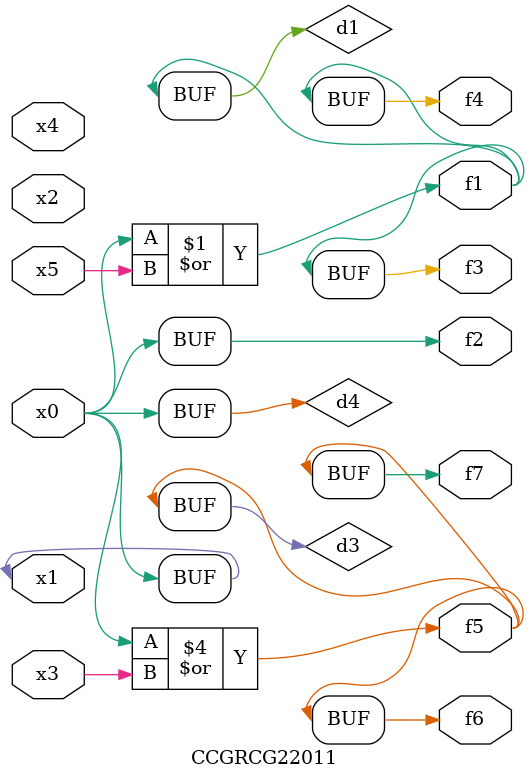
<source format=v>
module CCGRCG22011(
	input x0, x1, x2, x3, x4, x5,
	output f1, f2, f3, f4, f5, f6, f7
);

	wire d1, d2, d3, d4;

	or (d1, x0, x5);
	xnor (d2, x1, x4);
	or (d3, x0, x3);
	buf (d4, x0, x1);
	assign f1 = d1;
	assign f2 = d4;
	assign f3 = d1;
	assign f4 = d1;
	assign f5 = d3;
	assign f6 = d3;
	assign f7 = d3;
endmodule

</source>
